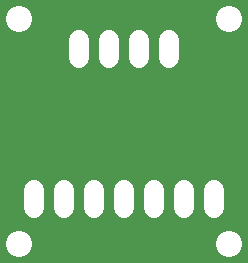
<source format=gbr>
G04 EAGLE Gerber RS-274X export*
G75*
%MOMM*%
%FSLAX34Y34*%
%LPD*%
%INSoldermask Top*%
%IPNEG*%
%AMOC8*
5,1,8,0,0,1.08239X$1,22.5*%
G01*
%ADD10C,2.203200*%
%ADD11C,1.727200*%


D10*
X25400Y25400D03*
X203200Y25400D03*
X203200Y215900D03*
X25400Y215900D03*
D11*
X152400Y198120D02*
X152400Y182880D01*
X127000Y182880D02*
X127000Y198120D01*
X101600Y198120D02*
X101600Y182880D01*
X76200Y182880D02*
X76200Y198120D01*
X38100Y71120D02*
X38100Y55880D01*
X63500Y55880D02*
X63500Y71120D01*
X88900Y71120D02*
X88900Y55880D01*
X114300Y55880D02*
X114300Y71120D01*
X139700Y71120D02*
X139700Y55880D01*
X165100Y55880D02*
X165100Y71120D01*
X190500Y71120D02*
X190500Y55880D01*
M02*

</source>
